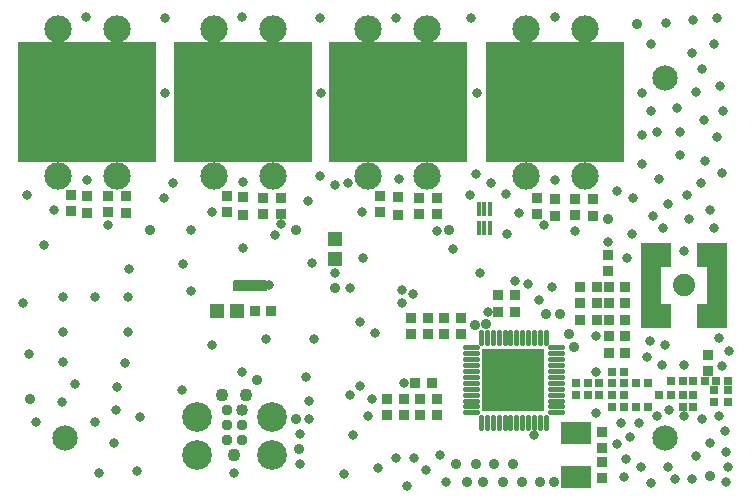
<source format=gts>
G75*
G70*
%OFA0B0*%
%FSLAX24Y24*%
%IPPOS*%
%LPD*%
%AMOC8*
5,1,8,0,0,1.08239X$1,22.5*
%
%ADD10C,0.0060*%
%ADD11C,0.0847*%
%ADD12R,0.0257X0.0257*%
%ADD13R,0.0375X0.0336*%
%ADD14R,0.0336X0.0375*%
%ADD15R,0.2107X0.2107*%
%ADD16C,0.0178*%
%ADD17R,0.0454X0.0493*%
%ADD18R,0.0493X0.0454*%
%ADD19R,0.0375X0.0375*%
%ADD20C,0.0360*%
%ADD21R,0.1005X0.0729*%
%ADD22C,0.0741*%
%ADD23R,0.0985X0.0808*%
%ADD24R,0.0651X0.1399*%
%ADD25C,0.0910*%
%ADD26R,0.4600X0.4000*%
%ADD27C,0.0434*%
%ADD28C,0.0370*%
%ADD29C,0.0995*%
%ADD30R,0.0178X0.0450*%
%ADD31C,0.0330*%
%ADD32C,0.0400*%
D10*
X007650Y006950D02*
X007650Y007250D01*
X008700Y007250D01*
X008700Y006950D01*
X007650Y006950D01*
X007650Y006962D02*
X008700Y006962D01*
X008700Y007020D02*
X007650Y007020D01*
X007650Y007079D02*
X008700Y007079D01*
X008700Y007137D02*
X007650Y007137D01*
X007650Y007196D02*
X008700Y007196D01*
D11*
X002000Y002000D03*
X022000Y002000D03*
X022000Y014000D03*
D12*
X020657Y004190D03*
X020263Y004190D03*
X020263Y003840D03*
X020657Y003840D03*
X021063Y003840D03*
X021457Y003840D03*
X021813Y003440D03*
X022207Y003440D03*
X022610Y003437D03*
X022960Y003437D03*
X022960Y003043D03*
X022610Y003043D03*
X023660Y003193D03*
X024110Y003193D03*
X024110Y003587D03*
X023660Y003587D03*
X023713Y003890D03*
X023357Y003890D03*
X022963Y003890D03*
X022607Y003890D03*
X022213Y003890D03*
X021457Y003040D03*
X021063Y003040D03*
X020657Y003040D03*
X020263Y003040D03*
X020263Y003440D03*
X020657Y003440D03*
X019810Y003443D03*
X019457Y003440D03*
X019063Y003440D03*
X019063Y003840D03*
X019457Y003840D03*
X019810Y003837D03*
X024107Y003890D03*
D13*
X023460Y004224D03*
X023460Y004756D03*
X019910Y002216D03*
X019910Y001664D03*
X019910Y001216D03*
X019910Y000664D03*
X014410Y002764D03*
X013860Y002764D03*
X013310Y002764D03*
X012760Y002764D03*
X012760Y003316D03*
X013310Y003316D03*
X013860Y003316D03*
X014410Y003316D03*
X014650Y005484D03*
X014100Y005484D03*
X013550Y005484D03*
X013550Y006016D03*
X014100Y006016D03*
X014650Y006016D03*
X015200Y006016D03*
X015200Y005484D03*
X016460Y006214D03*
X017010Y006214D03*
X017010Y006766D03*
X016460Y006766D03*
X020110Y007564D03*
X020110Y008116D03*
X019610Y009414D03*
X019010Y009424D03*
X019010Y009956D03*
X019610Y009966D03*
X017760Y010006D03*
X017760Y009474D03*
X014410Y009474D03*
X013810Y009464D03*
X013810Y010016D03*
X014410Y010006D03*
X012510Y010056D03*
X012510Y009524D03*
X009210Y009464D03*
X008610Y009474D03*
X008610Y010006D03*
X009210Y010016D03*
X007410Y010056D03*
X007410Y009524D03*
X004060Y009514D03*
X004060Y010066D03*
X003460Y010056D03*
X003460Y009524D03*
X002210Y009574D03*
X002210Y010106D03*
D14*
X008334Y006240D03*
X008886Y006240D03*
X013684Y003840D03*
X014236Y003840D03*
X019184Y005940D03*
X019736Y005940D03*
X020134Y005940D03*
X020686Y005940D03*
X020686Y005390D03*
X020134Y005390D03*
X020144Y004840D03*
X020676Y004840D03*
X020686Y006490D03*
X020134Y006490D03*
X019736Y006490D03*
X019184Y006490D03*
X019184Y007040D03*
X019736Y007040D03*
X020134Y007040D03*
X020686Y007040D03*
D15*
X016960Y003940D03*
D16*
X018188Y003842D02*
X018570Y003842D01*
X018570Y004038D02*
X018188Y004038D01*
X018188Y004235D02*
X018570Y004235D01*
X018570Y004432D02*
X018188Y004432D01*
X018188Y004629D02*
X018570Y004629D01*
X018570Y004826D02*
X018188Y004826D01*
X018188Y005023D02*
X018570Y005023D01*
X018043Y005168D02*
X018043Y005550D01*
X017846Y005550D02*
X017846Y005168D01*
X017649Y005168D02*
X017649Y005550D01*
X017452Y005550D02*
X017452Y005168D01*
X017255Y005168D02*
X017255Y005550D01*
X017058Y005550D02*
X017058Y005168D01*
X016862Y005168D02*
X016862Y005550D01*
X016665Y005550D02*
X016665Y005168D01*
X016468Y005168D02*
X016468Y005550D01*
X016271Y005550D02*
X016271Y005168D01*
X016074Y005168D02*
X016074Y005550D01*
X015877Y005550D02*
X015877Y005168D01*
X015732Y005023D02*
X015350Y005023D01*
X015350Y004826D02*
X015732Y004826D01*
X015732Y004629D02*
X015350Y004629D01*
X015350Y004432D02*
X015732Y004432D01*
X015732Y004235D02*
X015350Y004235D01*
X015350Y004038D02*
X015732Y004038D01*
X015732Y003842D02*
X015350Y003842D01*
X015350Y003645D02*
X015732Y003645D01*
X015732Y003448D02*
X015350Y003448D01*
X015350Y003251D02*
X015732Y003251D01*
X015732Y003054D02*
X015350Y003054D01*
X015350Y002857D02*
X015732Y002857D01*
X015877Y002712D02*
X015877Y002330D01*
X016074Y002330D02*
X016074Y002712D01*
X016271Y002712D02*
X016271Y002330D01*
X016468Y002330D02*
X016468Y002712D01*
X016665Y002712D02*
X016665Y002330D01*
X016862Y002330D02*
X016862Y002712D01*
X017058Y002712D02*
X017058Y002330D01*
X017255Y002330D02*
X017255Y002712D01*
X017452Y002712D02*
X017452Y002330D01*
X017649Y002330D02*
X017649Y002712D01*
X017846Y002712D02*
X017846Y002330D01*
X018043Y002330D02*
X018043Y002712D01*
X018188Y002857D02*
X018570Y002857D01*
X018570Y003054D02*
X018188Y003054D01*
X018188Y003251D02*
X018570Y003251D01*
X018570Y003448D02*
X018188Y003448D01*
X018188Y003645D02*
X018570Y003645D01*
D17*
X007745Y006240D03*
X007075Y006240D03*
D18*
X011010Y007955D03*
X011010Y008625D03*
D19*
X013110Y009445D03*
X013110Y010035D03*
X007960Y010035D03*
X007960Y009445D03*
X002760Y009495D03*
X002760Y010085D03*
X018360Y009985D03*
X018360Y009395D03*
D20*
X020110Y009290D03*
X014820Y008940D03*
X011010Y006990D03*
X007800Y007100D03*
X009710Y008940D03*
X004860Y008940D03*
X008400Y003950D03*
X009700Y002650D03*
X009800Y001650D03*
X015050Y001150D03*
X015700Y001150D03*
X016300Y001150D03*
X016950Y001150D03*
X017250Y000550D03*
X017850Y000550D03*
X018300Y000550D03*
X016600Y000550D03*
X015950Y000550D03*
X015400Y000550D03*
X023500Y000750D03*
X018980Y005030D03*
X018810Y005460D03*
X018500Y006150D03*
X018050Y006150D03*
X016060Y005810D03*
X015680Y005780D03*
X000850Y003300D03*
X021090Y015810D03*
D21*
X019060Y002168D03*
X019060Y000712D03*
D22*
X022660Y007090D03*
D23*
X021725Y006066D03*
X023595Y006066D03*
X023595Y008114D03*
X021725Y008114D03*
D24*
X021558Y007090D03*
X023762Y007090D03*
D25*
X019344Y010729D03*
X017376Y010729D03*
X014094Y010729D03*
X012126Y010729D03*
X008944Y010729D03*
X006976Y010729D03*
X003744Y010729D03*
X001776Y010729D03*
X001776Y015651D03*
X003744Y015651D03*
X006976Y015651D03*
X008944Y015651D03*
X012126Y015651D03*
X014094Y015651D03*
X017376Y015651D03*
X019344Y015651D03*
D26*
X018360Y013190D03*
X013110Y013190D03*
X007960Y013190D03*
X002760Y013190D03*
D27*
X007260Y003440D03*
X008060Y003440D03*
X007660Y001440D03*
D28*
X007410Y001940D03*
X007910Y001940D03*
X007910Y002440D03*
X007410Y002440D03*
X007410Y002940D03*
X007910Y002940D03*
D29*
X008910Y002690D03*
X008910Y001440D03*
X006410Y001440D03*
X006410Y002690D03*
D30*
X015800Y009000D03*
X015997Y009000D03*
X016194Y009000D03*
X016194Y009634D03*
X015997Y009634D03*
X015800Y009634D03*
D31*
X003160Y000840D03*
X004410Y000890D03*
X003660Y001840D03*
X003010Y002540D03*
X003710Y002940D03*
X004510Y002690D03*
X003760Y003690D03*
X004010Y004490D03*
X005910Y003590D03*
X007910Y004190D03*
X006910Y005090D03*
X008710Y005290D03*
X010310Y005290D03*
X011840Y005870D03*
X012360Y005490D03*
X013250Y006500D03*
X013600Y006800D03*
X013250Y006950D03*
X011960Y007990D03*
X011010Y007490D03*
X011510Y006990D03*
X010260Y007840D03*
X008810Y007090D03*
X007960Y008320D03*
X009020Y008780D03*
X009210Y009140D03*
X010100Y009900D03*
X011010Y010440D03*
X011460Y010490D03*
X010510Y010740D03*
X011910Y009540D03*
X013160Y010640D03*
X015500Y010100D03*
X016200Y010500D03*
X015710Y010790D03*
X016710Y010140D03*
X017160Y009490D03*
X017990Y009090D03*
X019010Y008890D03*
X020110Y008540D03*
X020910Y008790D03*
X021960Y008990D03*
X021610Y009390D03*
X022110Y009790D03*
X022760Y010090D03*
X023210Y010490D03*
X023910Y010840D03*
X023360Y011240D03*
X022510Y011440D03*
X021260Y011140D03*
X021810Y010640D03*
X020960Y009990D03*
X020410Y010240D03*
X018360Y010590D03*
X021260Y012090D03*
X021760Y012190D03*
X022510Y012190D03*
X023310Y012590D03*
X023760Y012040D03*
X023960Y012890D03*
X023060Y013540D03*
X023860Y013740D03*
X023260Y014290D03*
X022910Y014840D03*
X023660Y015140D03*
X022960Y015940D03*
X023760Y015990D03*
X022060Y015840D03*
X021560Y015140D03*
X021260Y013490D03*
X021560Y012890D03*
X022410Y012990D03*
X018360Y016040D03*
X015560Y015990D03*
X013060Y015990D03*
X010510Y015990D03*
X007910Y016040D03*
X005360Y015990D03*
X002710Y016040D03*
X005360Y013490D03*
X010560Y013490D03*
X015760Y013490D03*
X007960Y010540D03*
X006910Y009540D03*
X006210Y008940D03*
X005300Y010000D03*
X005610Y010490D03*
X003460Y009090D03*
X001660Y009590D03*
X000760Y010090D03*
X002760Y010590D03*
X001310Y008440D03*
X004160Y007640D03*
X005960Y007790D03*
X006210Y006890D03*
X004110Y006690D03*
X003010Y006690D03*
X001960Y006690D03*
X000610Y006490D03*
X001960Y005540D03*
X000810Y004790D03*
X001960Y004540D03*
X002360Y003790D03*
X001910Y003190D03*
X001060Y002540D03*
X004110Y005540D03*
X010060Y004040D03*
X011510Y003440D03*
X011840Y003750D03*
X012260Y003290D03*
X012110Y002740D03*
X011600Y002100D03*
X010140Y002640D03*
X009860Y002140D03*
X009860Y001140D03*
X011310Y000790D03*
X012460Y000990D03*
X013060Y001340D03*
X013660Y001340D03*
X014060Y000940D03*
X014710Y000540D03*
X013420Y000400D03*
X014510Y001440D03*
X016260Y003190D03*
X017710Y003190D03*
X017660Y002090D03*
X019710Y002840D03*
X020560Y002490D03*
X021160Y002490D03*
X020860Y002040D03*
X020410Y001790D03*
X020710Y001290D03*
X021210Y001040D03*
X020660Y000690D03*
X021560Y000490D03*
X022360Y000640D03*
X022910Y000640D03*
X022110Y001040D03*
X023060Y001390D03*
X023510Y001840D03*
X024060Y001540D03*
X024110Y001040D03*
X024060Y000540D03*
X024010Y002240D03*
X023810Y002740D03*
X023260Y002640D03*
X022660Y002740D03*
X022160Y002940D03*
X021760Y002740D03*
X019710Y004190D03*
X021410Y004690D03*
X021910Y004440D03*
X022660Y004440D03*
X022010Y005090D03*
X021510Y005240D03*
X021810Y006090D03*
X021660Y007040D03*
X021710Y008090D03*
X022660Y008240D03*
X023610Y008040D03*
X023660Y008990D03*
X023510Y009590D03*
X022810Y009290D03*
X020760Y007990D03*
X018260Y007040D03*
X017800Y006600D03*
X017450Y007150D03*
X017010Y007240D03*
X015860Y007490D03*
X014960Y008290D03*
X014410Y008890D03*
X016760Y008790D03*
X016120Y006190D03*
X016260Y004690D03*
X017710Y004690D03*
X019710Y005390D03*
X023710Y006040D03*
X023810Y005340D03*
X024160Y004890D03*
X023910Y004390D03*
X023760Y006940D03*
X013310Y003840D03*
X010140Y003220D03*
X007660Y000840D03*
D32*
X007910Y002940D03*
M02*

</source>
